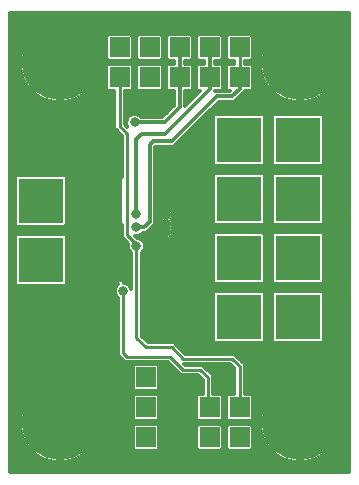
<source format=gbr>
G75*
G70*
%OFA0B0*%
%FSLAX24Y24*%
%IPPOS*%
%LPD*%
%AMOC8*
5,1,8,0,0,1.08239X$1,22.5*
%
%ADD10C,0.0357*%
%ADD11R,0.1500X0.1500*%
%ADD12R,0.0650X0.0650*%
%ADD13C,0.2540*%
%ADD14C,0.0120*%
%ADD15C,0.0317*%
%ADD16C,0.0100*%
D10*
X005973Y008509D03*
X005973Y008785D03*
X005973Y009061D03*
D11*
X003754Y009546D03*
X003754Y007577D03*
X001785Y007577D03*
X001785Y009546D03*
X008386Y009609D03*
X008386Y011577D03*
X010355Y011577D03*
X010355Y009609D03*
X010355Y007640D03*
X010355Y005672D03*
X008386Y005672D03*
X008386Y007640D03*
D12*
X005292Y003660D03*
X005292Y002660D03*
X005292Y001660D03*
X006292Y001660D03*
X006292Y002660D03*
X007410Y002660D03*
X007410Y001660D03*
X008410Y001660D03*
X008410Y002660D03*
X004292Y002660D03*
X004292Y001660D03*
X004410Y013660D03*
X004410Y014660D03*
X005410Y014660D03*
X005410Y013660D03*
X006410Y013660D03*
X006410Y014660D03*
X007410Y014660D03*
X007410Y013660D03*
X008410Y013660D03*
X008410Y014660D03*
D13*
X010410Y014160D03*
X002410Y014160D03*
X002410Y002160D03*
X010410Y002160D03*
D14*
X000770Y000520D02*
X000770Y015800D01*
X012050Y015800D01*
X012050Y000520D01*
X000770Y000520D01*
X000770Y000634D02*
X012050Y000634D01*
X012050Y000753D02*
X000770Y000753D01*
X000770Y000871D02*
X002078Y000871D01*
X002086Y000868D02*
X002215Y000843D01*
X002345Y000830D01*
X002350Y000830D01*
X002350Y002100D01*
X002470Y002100D01*
X002470Y002220D01*
X003740Y002220D01*
X003740Y002225D01*
X003727Y002355D01*
X003702Y002484D01*
X003664Y002609D01*
X003614Y002729D01*
X003552Y002845D01*
X003480Y002953D01*
X003397Y003054D01*
X003304Y003147D01*
X003203Y003230D01*
X003095Y003302D01*
X002979Y003364D01*
X002859Y003414D01*
X002734Y003452D01*
X002605Y003477D01*
X002475Y003490D01*
X002470Y003490D01*
X002470Y002220D01*
X002350Y002220D01*
X002350Y003490D01*
X002345Y003490D01*
X002215Y003477D01*
X002086Y003452D01*
X001961Y003414D01*
X001841Y003364D01*
X001725Y003302D01*
X001617Y003230D01*
X001516Y003147D01*
X001423Y003054D01*
X001340Y002953D01*
X001268Y002845D01*
X001206Y002729D01*
X001156Y002609D01*
X001118Y002484D01*
X001093Y002355D01*
X001080Y002225D01*
X001080Y002220D01*
X002350Y002220D01*
X002350Y002100D01*
X001080Y002100D01*
X001080Y002095D01*
X001093Y001965D01*
X001118Y001836D01*
X001156Y001711D01*
X001206Y001591D01*
X001268Y001475D01*
X001340Y001367D01*
X001423Y001266D01*
X001516Y001173D01*
X001617Y001090D01*
X001725Y001018D01*
X001841Y000956D01*
X001961Y000906D01*
X002086Y000868D01*
X002350Y000871D02*
X002470Y000871D01*
X002470Y000830D02*
X002475Y000830D01*
X002605Y000843D01*
X002734Y000868D01*
X002859Y000906D01*
X002979Y000956D01*
X003095Y001018D01*
X003203Y001090D01*
X003304Y001173D01*
X003397Y001266D01*
X003480Y001367D01*
X003552Y001475D01*
X003614Y001591D01*
X003664Y001711D01*
X003702Y001836D01*
X003727Y001965D01*
X003740Y002095D01*
X003740Y002100D01*
X002470Y002100D01*
X002470Y000830D01*
X002470Y000990D02*
X002350Y000990D01*
X002350Y001108D02*
X002470Y001108D01*
X002470Y001227D02*
X002350Y001227D01*
X002350Y001345D02*
X002470Y001345D01*
X002470Y001464D02*
X002350Y001464D01*
X002350Y001582D02*
X002470Y001582D01*
X002470Y001701D02*
X002350Y001701D01*
X002350Y001819D02*
X002470Y001819D01*
X002470Y001938D02*
X002350Y001938D01*
X002350Y002056D02*
X002470Y002056D01*
X002470Y002175D02*
X010350Y002175D01*
X010350Y002220D02*
X010350Y002100D01*
X010470Y002100D01*
X010470Y002220D01*
X011740Y002220D01*
X011740Y002225D01*
X011727Y002355D01*
X011702Y002484D01*
X011664Y002609D01*
X011614Y002729D01*
X011552Y002845D01*
X011480Y002953D01*
X011397Y003054D01*
X011304Y003147D01*
X011203Y003230D01*
X011095Y003302D01*
X010979Y003364D01*
X010859Y003414D01*
X010734Y003452D01*
X010605Y003477D01*
X010475Y003490D01*
X010470Y003490D01*
X010470Y002220D01*
X010350Y002220D01*
X010350Y003490D01*
X010345Y003490D01*
X010215Y003477D01*
X010086Y003452D01*
X009961Y003414D01*
X009841Y003364D01*
X009725Y003302D01*
X009617Y003230D01*
X009516Y003147D01*
X009423Y003054D01*
X009340Y002953D01*
X009268Y002845D01*
X009206Y002729D01*
X009156Y002609D01*
X009118Y002484D01*
X009093Y002355D01*
X009080Y002225D01*
X009080Y002220D01*
X010350Y002220D01*
X010350Y002293D02*
X010470Y002293D01*
X010470Y002175D02*
X012050Y002175D01*
X012050Y002293D02*
X011733Y002293D01*
X011716Y002412D02*
X012050Y002412D01*
X012050Y002530D02*
X011688Y002530D01*
X011647Y002649D02*
X012050Y002649D01*
X012050Y002767D02*
X011594Y002767D01*
X011525Y002886D02*
X012050Y002886D01*
X012050Y003004D02*
X011438Y003004D01*
X011328Y003123D02*
X012050Y003123D01*
X012050Y003241D02*
X011186Y003241D01*
X010987Y003360D02*
X012050Y003360D01*
X012050Y003478D02*
X010597Y003478D01*
X010470Y003478D02*
X010350Y003478D01*
X010350Y003360D02*
X010470Y003360D01*
X010470Y003241D02*
X010350Y003241D01*
X010350Y003123D02*
X010470Y003123D01*
X010470Y003004D02*
X010350Y003004D01*
X010350Y002886D02*
X010470Y002886D01*
X010470Y002767D02*
X010350Y002767D01*
X010350Y002649D02*
X010470Y002649D01*
X010470Y002530D02*
X010350Y002530D01*
X010350Y002412D02*
X010470Y002412D01*
X010470Y002100D02*
X011740Y002100D01*
X011740Y002095D01*
X011727Y001965D01*
X011702Y001836D01*
X011664Y001711D01*
X011614Y001591D01*
X011552Y001475D01*
X011480Y001367D01*
X011397Y001266D01*
X011304Y001173D01*
X011203Y001090D01*
X011095Y001018D01*
X010979Y000956D01*
X010859Y000906D01*
X010734Y000868D01*
X010605Y000843D01*
X010475Y000830D01*
X010470Y000830D01*
X010470Y002100D01*
X010470Y002056D02*
X010350Y002056D01*
X010350Y002100D02*
X010350Y000830D01*
X010345Y000830D01*
X010215Y000843D01*
X010086Y000868D01*
X009961Y000906D01*
X009841Y000956D01*
X009725Y001018D01*
X009617Y001090D01*
X009516Y001173D01*
X009423Y001266D01*
X009340Y001367D01*
X009268Y001475D01*
X009206Y001591D01*
X009156Y001711D01*
X009118Y001836D01*
X009093Y001965D01*
X009080Y002095D01*
X009080Y002100D01*
X010350Y002100D01*
X010350Y001938D02*
X010470Y001938D01*
X010470Y001819D02*
X010350Y001819D01*
X010350Y001701D02*
X010470Y001701D01*
X010470Y001582D02*
X010350Y001582D01*
X010350Y001464D02*
X010470Y001464D01*
X010470Y001345D02*
X010350Y001345D01*
X010350Y001227D02*
X010470Y001227D01*
X010470Y001108D02*
X010350Y001108D01*
X010350Y000990D02*
X010470Y000990D01*
X010470Y000871D02*
X010350Y000871D01*
X010078Y000871D02*
X002742Y000871D01*
X003042Y000990D02*
X009778Y000990D01*
X009595Y001108D02*
X003225Y001108D01*
X003357Y001227D02*
X004906Y001227D01*
X004917Y001215D02*
X005667Y001215D01*
X005737Y001285D01*
X005737Y002035D01*
X005667Y002105D01*
X004917Y002105D01*
X004847Y002035D01*
X004847Y001285D01*
X004917Y001215D01*
X004847Y001345D02*
X004677Y001345D01*
X004677Y001323D02*
X004677Y001632D01*
X004319Y001632D01*
X004319Y001275D01*
X004629Y001275D01*
X004651Y001284D01*
X004668Y001301D01*
X004677Y001323D01*
X004677Y001464D02*
X004847Y001464D01*
X004847Y001582D02*
X004677Y001582D01*
X004677Y001688D02*
X004677Y001997D01*
X004668Y002019D01*
X004651Y002036D01*
X004629Y002045D01*
X004319Y002045D01*
X004319Y001688D01*
X004264Y001688D01*
X004264Y002045D01*
X003955Y002045D01*
X003933Y002036D01*
X003916Y002019D01*
X003907Y001997D01*
X003907Y001688D01*
X004264Y001688D01*
X004264Y001632D01*
X004319Y001632D01*
X004319Y001688D01*
X004677Y001688D01*
X004677Y001701D02*
X004847Y001701D01*
X004847Y001819D02*
X004677Y001819D01*
X004677Y001938D02*
X004847Y001938D01*
X004868Y002056D02*
X003736Y002056D01*
X003722Y001938D02*
X003907Y001938D01*
X003907Y001819D02*
X003696Y001819D01*
X003659Y001701D02*
X003907Y001701D01*
X003907Y001632D02*
X003907Y001323D01*
X003916Y001301D01*
X003933Y001284D01*
X003955Y001275D01*
X004264Y001275D01*
X004264Y001632D01*
X003907Y001632D01*
X003907Y001582D02*
X003609Y001582D01*
X003544Y001464D02*
X003907Y001464D01*
X003907Y001345D02*
X003462Y001345D01*
X003733Y002293D02*
X003924Y002293D01*
X003916Y002301D02*
X003933Y002284D01*
X003955Y002275D01*
X004264Y002275D01*
X004264Y002632D01*
X004319Y002632D01*
X004319Y002275D01*
X004629Y002275D01*
X004651Y002284D01*
X004668Y002301D01*
X004677Y002323D01*
X004677Y002632D01*
X004319Y002632D01*
X004319Y002688D01*
X004264Y002688D01*
X004264Y003045D01*
X003955Y003045D01*
X003933Y003036D01*
X003916Y003019D01*
X003907Y002997D01*
X003907Y002688D01*
X004264Y002688D01*
X004264Y002632D01*
X003907Y002632D01*
X003907Y002323D01*
X003916Y002301D01*
X003907Y002412D02*
X003716Y002412D01*
X003688Y002530D02*
X003907Y002530D01*
X003907Y002767D02*
X003594Y002767D01*
X003647Y002649D02*
X004264Y002649D01*
X004319Y002649D02*
X004847Y002649D01*
X004847Y002767D02*
X004677Y002767D01*
X004677Y002688D02*
X004677Y002997D01*
X004668Y003019D01*
X004651Y003036D01*
X004629Y003045D01*
X004319Y003045D01*
X004319Y002688D01*
X004677Y002688D01*
X004677Y002530D02*
X004847Y002530D01*
X004847Y002412D02*
X004677Y002412D01*
X004660Y002293D02*
X004847Y002293D01*
X004847Y002285D02*
X004917Y002215D01*
X005667Y002215D01*
X005737Y002285D01*
X005737Y003035D01*
X005667Y003105D01*
X004917Y003105D01*
X004847Y003035D01*
X004847Y002285D01*
X004847Y002886D02*
X004677Y002886D01*
X004674Y003004D02*
X004847Y003004D01*
X004917Y003215D02*
X005667Y003215D01*
X005737Y003285D01*
X005737Y004035D01*
X005667Y004105D01*
X004917Y004105D01*
X004847Y004035D01*
X004847Y003285D01*
X004917Y003215D01*
X004891Y003241D02*
X003186Y003241D01*
X003328Y003123D02*
X007178Y003123D01*
X007178Y003105D02*
X007035Y003105D01*
X006965Y003035D01*
X006965Y002285D01*
X007035Y002215D01*
X007785Y002215D01*
X007855Y002285D01*
X007855Y003035D01*
X007785Y003105D01*
X007517Y003105D01*
X007517Y003730D01*
X007418Y003830D01*
X007168Y004080D01*
X006605Y004080D01*
X006570Y004115D01*
X008090Y004115D01*
X008240Y003965D01*
X008240Y003105D01*
X008035Y003105D01*
X007965Y003035D01*
X007965Y002285D01*
X008035Y002215D01*
X008785Y002215D01*
X008855Y002285D01*
X008855Y003035D01*
X008785Y003105D01*
X008580Y003105D01*
X008580Y004105D01*
X008480Y004205D01*
X008230Y004455D01*
X006605Y004455D01*
X006230Y004830D01*
X005355Y004830D01*
X005142Y005043D01*
X005142Y007811D01*
X005209Y007877D01*
X005251Y007980D01*
X005251Y008090D01*
X005209Y008193D01*
X005130Y008271D01*
X005028Y008314D01*
X004997Y008314D01*
X004929Y008381D01*
X005028Y008381D01*
X005130Y008424D01*
X005187Y008480D01*
X005297Y008480D01*
X005402Y008585D01*
X005485Y008668D01*
X005590Y008773D01*
X005590Y011335D01*
X005610Y011355D01*
X006235Y011355D01*
X006340Y011460D01*
X006340Y011460D01*
X007735Y012855D01*
X008235Y012855D01*
X008485Y013105D01*
X008590Y013210D01*
X008590Y013215D01*
X008785Y013215D01*
X008855Y013285D01*
X008855Y014035D01*
X008785Y014105D01*
X008580Y014105D01*
X008580Y014215D01*
X008785Y014215D01*
X008855Y014285D01*
X008855Y015035D01*
X008785Y015105D01*
X008035Y015105D01*
X007965Y015035D01*
X007965Y014285D01*
X008035Y014215D01*
X008240Y014215D01*
X008240Y014105D01*
X008035Y014105D01*
X007965Y014035D01*
X007965Y013285D01*
X008035Y013215D01*
X008085Y013215D01*
X007590Y013215D01*
X007785Y013215D01*
X007855Y013285D01*
X007855Y014035D01*
X007785Y014105D01*
X007590Y014105D01*
X007590Y014215D01*
X007785Y014215D01*
X007855Y014285D01*
X007855Y015035D01*
X007785Y015105D01*
X007035Y015105D01*
X006965Y015035D01*
X006965Y014285D01*
X007035Y014215D01*
X007230Y014215D01*
X007230Y014105D01*
X007035Y014105D01*
X006965Y014035D01*
X006965Y013285D01*
X007035Y013215D01*
X007085Y013215D01*
X006590Y012720D01*
X006590Y013215D01*
X006785Y013215D01*
X006855Y013285D01*
X006855Y014035D01*
X006785Y014105D01*
X006590Y014105D01*
X006590Y014215D01*
X006785Y014215D01*
X006855Y014285D01*
X006855Y015035D01*
X006785Y015105D01*
X006035Y015105D01*
X005965Y015035D01*
X005965Y014285D01*
X006035Y014215D01*
X006230Y014215D01*
X006230Y014105D01*
X006035Y014105D01*
X005965Y014035D01*
X005965Y013285D01*
X006035Y013215D01*
X006230Y013215D01*
X006230Y012735D01*
X005835Y012340D01*
X005124Y012340D01*
X005068Y012396D01*
X004965Y012439D01*
X004855Y012439D01*
X004752Y012396D01*
X004674Y012318D01*
X004631Y012215D01*
X004631Y012105D01*
X004667Y012019D01*
X004580Y012105D01*
X004580Y013215D01*
X004785Y013215D01*
X004855Y013285D01*
X004855Y014035D01*
X004785Y014105D01*
X004035Y014105D01*
X003965Y014035D01*
X003965Y013285D01*
X004035Y013215D01*
X004240Y013215D01*
X004240Y011965D01*
X004490Y011715D01*
X004490Y010356D01*
X003814Y010356D01*
X003814Y009606D01*
X003694Y009606D01*
X003694Y010356D01*
X002992Y010356D01*
X002970Y010347D01*
X002953Y010330D01*
X002944Y010308D01*
X002944Y009606D01*
X003693Y009606D01*
X003693Y009486D01*
X002944Y009486D01*
X002944Y008784D01*
X002953Y008762D01*
X002970Y008745D01*
X002992Y008736D01*
X003694Y008736D01*
X003694Y009486D01*
X003814Y009486D01*
X003814Y008736D01*
X004490Y008736D01*
X004490Y008387D01*
X003814Y008387D01*
X003814Y007637D01*
X004564Y007637D01*
X004564Y008266D01*
X004707Y008123D01*
X004694Y008090D01*
X004694Y007980D01*
X004736Y007877D01*
X004803Y007811D01*
X004803Y006618D01*
X004771Y006693D01*
X004693Y006771D01*
X004590Y006814D01*
X004563Y006814D01*
X004564Y006815D01*
X004564Y007517D01*
X003814Y007517D01*
X003814Y007637D01*
X003694Y007637D01*
X003694Y008387D01*
X002992Y008387D01*
X002970Y008378D01*
X002953Y008361D01*
X002944Y008339D01*
X002944Y007637D01*
X003693Y007637D01*
X003693Y007517D01*
X002944Y007517D01*
X002944Y006815D01*
X002953Y006793D01*
X002970Y006776D01*
X002992Y006767D01*
X003694Y006767D01*
X003694Y007517D01*
X003814Y007517D01*
X003814Y006767D01*
X004373Y006767D01*
X004299Y006693D01*
X004256Y006590D01*
X004256Y006480D01*
X004299Y006377D01*
X004365Y006311D01*
X004365Y004402D01*
X004490Y004277D01*
X004590Y004178D01*
X006027Y004178D01*
X006365Y003840D01*
X006465Y003740D01*
X007027Y003740D01*
X007178Y003590D01*
X007178Y003105D01*
X007178Y003241D02*
X005693Y003241D01*
X005737Y003360D02*
X007178Y003360D01*
X007178Y003478D02*
X005737Y003478D01*
X005737Y003597D02*
X007171Y003597D01*
X007052Y003715D02*
X005737Y003715D01*
X005737Y003834D02*
X006371Y003834D01*
X006253Y003952D02*
X005737Y003952D01*
X005701Y004071D02*
X006134Y004071D01*
X006516Y004545D02*
X012050Y004545D01*
X012050Y004663D02*
X006397Y004663D01*
X006279Y004782D02*
X012050Y004782D01*
X012050Y004900D02*
X011225Y004900D01*
X011225Y004872D02*
X011225Y006472D01*
X011155Y006542D01*
X009555Y006542D01*
X009485Y006472D01*
X009485Y004872D01*
X009555Y004802D01*
X011155Y004802D01*
X011225Y004872D01*
X011225Y005019D02*
X012050Y005019D01*
X012050Y005137D02*
X011225Y005137D01*
X011225Y005256D02*
X012050Y005256D01*
X012050Y005374D02*
X011225Y005374D01*
X011225Y005493D02*
X012050Y005493D01*
X012050Y005611D02*
X011225Y005611D01*
X011225Y005730D02*
X012050Y005730D01*
X012050Y005848D02*
X011225Y005848D01*
X011225Y005967D02*
X012050Y005967D01*
X012050Y006085D02*
X011225Y006085D01*
X011225Y006204D02*
X012050Y006204D01*
X012050Y006322D02*
X011225Y006322D01*
X011225Y006441D02*
X012050Y006441D01*
X012050Y006559D02*
X005142Y006559D01*
X005142Y006441D02*
X007516Y006441D01*
X007516Y006472D02*
X007587Y006542D01*
X009186Y006542D01*
X009256Y006472D01*
X009256Y004872D01*
X009186Y004802D01*
X007587Y004802D01*
X007516Y004872D01*
X007516Y006472D01*
X007516Y006322D02*
X005142Y006322D01*
X005142Y006204D02*
X007516Y006204D01*
X007516Y006085D02*
X005142Y006085D01*
X005142Y005967D02*
X007516Y005967D01*
X007516Y005848D02*
X005142Y005848D01*
X005142Y005730D02*
X007516Y005730D01*
X007516Y005611D02*
X005142Y005611D01*
X005142Y005493D02*
X007516Y005493D01*
X007516Y005374D02*
X005142Y005374D01*
X005142Y005256D02*
X007516Y005256D01*
X007516Y005137D02*
X005142Y005137D01*
X005167Y005019D02*
X007516Y005019D01*
X007516Y004900D02*
X005285Y004900D01*
X004883Y004071D02*
X000770Y004071D01*
X000770Y004189D02*
X004578Y004189D01*
X004460Y004308D02*
X000770Y004308D01*
X000770Y004426D02*
X004365Y004426D01*
X004365Y004545D02*
X000770Y004545D01*
X000770Y004663D02*
X004365Y004663D01*
X004365Y004782D02*
X000770Y004782D01*
X000770Y004900D02*
X004365Y004900D01*
X004365Y005019D02*
X000770Y005019D01*
X000770Y005137D02*
X004365Y005137D01*
X004365Y005256D02*
X000770Y005256D01*
X000770Y005374D02*
X004365Y005374D01*
X004365Y005493D02*
X000770Y005493D01*
X000770Y005611D02*
X004365Y005611D01*
X004365Y005730D02*
X000770Y005730D01*
X000770Y005848D02*
X004365Y005848D01*
X004365Y005967D02*
X000770Y005967D01*
X000770Y006085D02*
X004365Y006085D01*
X004365Y006204D02*
X000770Y006204D01*
X000770Y006322D02*
X004354Y006322D01*
X004272Y006441D02*
X000770Y006441D01*
X000770Y006559D02*
X004256Y006559D01*
X004292Y006678D02*
X000770Y006678D01*
X000770Y006796D02*
X000915Y006796D01*
X000915Y006778D02*
X000985Y006707D01*
X002585Y006707D01*
X002655Y006778D01*
X002655Y008377D01*
X002585Y008447D01*
X000985Y008447D01*
X000915Y008377D01*
X000915Y006778D01*
X000915Y006915D02*
X000770Y006915D01*
X000770Y007033D02*
X000915Y007033D01*
X000915Y007152D02*
X000770Y007152D01*
X000770Y007270D02*
X000915Y007270D01*
X000915Y007389D02*
X000770Y007389D01*
X000770Y007507D02*
X000915Y007507D01*
X000915Y007626D02*
X000770Y007626D01*
X000770Y007744D02*
X000915Y007744D01*
X000915Y007863D02*
X000770Y007863D01*
X000770Y007981D02*
X000915Y007981D01*
X000915Y008100D02*
X000770Y008100D01*
X000770Y008218D02*
X000915Y008218D01*
X000915Y008337D02*
X000770Y008337D01*
X000770Y008455D02*
X004490Y008455D01*
X004490Y008574D02*
X000770Y008574D01*
X000770Y008692D02*
X000969Y008692D01*
X000985Y008676D02*
X000915Y008746D01*
X000915Y010346D01*
X000985Y010416D01*
X002585Y010416D01*
X002655Y010346D01*
X002655Y008746D01*
X002585Y008676D01*
X000985Y008676D01*
X000915Y008811D02*
X000770Y008811D01*
X000770Y008929D02*
X000915Y008929D01*
X000915Y009048D02*
X000770Y009048D01*
X000770Y009166D02*
X000915Y009166D01*
X000915Y009285D02*
X000770Y009285D01*
X000770Y009403D02*
X000915Y009403D01*
X000915Y009522D02*
X000770Y009522D01*
X000770Y009640D02*
X000915Y009640D01*
X000915Y009759D02*
X000770Y009759D01*
X000770Y009877D02*
X000915Y009877D01*
X000915Y009996D02*
X000770Y009996D01*
X000770Y010114D02*
X000915Y010114D01*
X000915Y010233D02*
X000770Y010233D01*
X000770Y010351D02*
X000920Y010351D01*
X000770Y010470D02*
X004490Y010470D01*
X004490Y010588D02*
X000770Y010588D01*
X000770Y010707D02*
X004490Y010707D01*
X004490Y010825D02*
X000770Y010825D01*
X000770Y010944D02*
X004490Y010944D01*
X004490Y011062D02*
X000770Y011062D01*
X000770Y011181D02*
X004490Y011181D01*
X004490Y011299D02*
X000770Y011299D01*
X000770Y011418D02*
X004490Y011418D01*
X004490Y011536D02*
X000770Y011536D01*
X000770Y011655D02*
X004490Y011655D01*
X004432Y011773D02*
X000770Y011773D01*
X000770Y011892D02*
X004313Y011892D01*
X004240Y012010D02*
X000770Y012010D01*
X000770Y012129D02*
X004240Y012129D01*
X004240Y012247D02*
X000770Y012247D01*
X000770Y012366D02*
X004240Y012366D01*
X004240Y012484D02*
X000770Y012484D01*
X000770Y012603D02*
X004240Y012603D01*
X004240Y012721D02*
X000770Y012721D01*
X000770Y012840D02*
X002248Y012840D01*
X002215Y012843D02*
X002345Y012830D01*
X002350Y012830D01*
X002350Y014100D01*
X002470Y014100D01*
X002470Y014220D01*
X003740Y014220D01*
X003740Y014225D01*
X003727Y014355D01*
X003702Y014484D01*
X003664Y014609D01*
X003614Y014729D01*
X003552Y014845D01*
X003480Y014953D01*
X003397Y015054D01*
X003304Y015147D01*
X003203Y015230D01*
X003095Y015302D01*
X002979Y015364D01*
X002859Y015414D01*
X002734Y015452D01*
X002605Y015477D01*
X002475Y015490D01*
X002470Y015490D01*
X002470Y014220D01*
X002350Y014220D01*
X002350Y015490D01*
X002345Y015490D01*
X002215Y015477D01*
X002086Y015452D01*
X001961Y015414D01*
X001841Y015364D01*
X001725Y015302D01*
X001617Y015230D01*
X001516Y015147D01*
X001423Y015054D01*
X001340Y014953D01*
X001268Y014845D01*
X001206Y014729D01*
X001156Y014609D01*
X001118Y014484D01*
X001093Y014355D01*
X001080Y014225D01*
X001080Y014220D01*
X002350Y014220D01*
X002350Y014100D01*
X001080Y014100D01*
X001080Y014095D01*
X001093Y013965D01*
X001118Y013836D01*
X001156Y013711D01*
X001206Y013591D01*
X001268Y013475D01*
X001340Y013367D01*
X001423Y013266D01*
X001516Y013173D01*
X001617Y013090D01*
X001725Y013018D01*
X001841Y012956D01*
X001961Y012906D01*
X002086Y012868D01*
X002215Y012843D01*
X002350Y012840D02*
X002470Y012840D01*
X002470Y012830D02*
X002475Y012830D01*
X002605Y012843D01*
X002734Y012868D01*
X002859Y012906D01*
X002979Y012956D01*
X003095Y013018D01*
X003203Y013090D01*
X003304Y013173D01*
X003397Y013266D01*
X003480Y013367D01*
X003552Y013475D01*
X003614Y013591D01*
X003664Y013711D01*
X003702Y013836D01*
X003727Y013965D01*
X003740Y014095D01*
X003740Y014100D01*
X002470Y014100D01*
X002470Y012830D01*
X002572Y012840D02*
X004240Y012840D01*
X004240Y012958D02*
X002983Y012958D01*
X003182Y013077D02*
X004240Y013077D01*
X004240Y013195D02*
X003326Y013195D01*
X003436Y013314D02*
X003965Y013314D01*
X003965Y013432D02*
X003523Y013432D01*
X003592Y013551D02*
X003965Y013551D01*
X003965Y013669D02*
X003646Y013669D01*
X003687Y013788D02*
X003965Y013788D01*
X003965Y013906D02*
X003716Y013906D01*
X003733Y014025D02*
X003965Y014025D01*
X004035Y014215D02*
X003965Y014285D01*
X003965Y015035D01*
X004035Y015105D01*
X004785Y015105D01*
X004855Y015035D01*
X004855Y014285D01*
X004785Y014215D01*
X004035Y014215D01*
X003989Y014262D02*
X003736Y014262D01*
X003722Y014380D02*
X003965Y014380D01*
X003965Y014499D02*
X003697Y014499D01*
X003660Y014617D02*
X003965Y014617D01*
X003965Y014736D02*
X003610Y014736D01*
X003546Y014854D02*
X003965Y014854D01*
X003965Y014973D02*
X003464Y014973D01*
X003360Y015091D02*
X004021Y015091D01*
X004799Y015091D02*
X005021Y015091D01*
X005035Y015105D02*
X004965Y015035D01*
X004965Y014285D01*
X005035Y014215D01*
X005785Y014215D01*
X005855Y014285D01*
X005855Y015035D01*
X005785Y015105D01*
X005035Y015105D01*
X004965Y014973D02*
X004855Y014973D01*
X004855Y014854D02*
X004965Y014854D01*
X004965Y014736D02*
X004855Y014736D01*
X004855Y014617D02*
X004965Y014617D01*
X004965Y014499D02*
X004855Y014499D01*
X004855Y014380D02*
X004965Y014380D01*
X004989Y014262D02*
X004831Y014262D01*
X004855Y014025D02*
X004965Y014025D01*
X004965Y014035D02*
X004965Y013285D01*
X005035Y013215D01*
X005785Y013215D01*
X005855Y013285D01*
X005855Y014035D01*
X005785Y014105D01*
X005035Y014105D01*
X004965Y014035D01*
X004965Y013906D02*
X004855Y013906D01*
X004855Y013788D02*
X004965Y013788D01*
X004965Y013669D02*
X004855Y013669D01*
X004855Y013551D02*
X004965Y013551D01*
X004965Y013432D02*
X004855Y013432D01*
X004855Y013314D02*
X004965Y013314D01*
X004580Y013195D02*
X006230Y013195D01*
X006230Y013077D02*
X004580Y013077D01*
X004580Y012958D02*
X006230Y012958D01*
X006230Y012840D02*
X004580Y012840D01*
X004580Y012721D02*
X006216Y012721D01*
X006098Y012603D02*
X004580Y012603D01*
X004580Y012484D02*
X005979Y012484D01*
X005861Y012366D02*
X005099Y012366D01*
X004910Y012160D02*
X005910Y012160D01*
X006410Y012660D01*
X006410Y013660D01*
X006410Y014660D01*
X006831Y014262D02*
X006989Y014262D01*
X006965Y014380D02*
X006855Y014380D01*
X006855Y014499D02*
X006965Y014499D01*
X006965Y014617D02*
X006855Y014617D01*
X006855Y014736D02*
X006965Y014736D01*
X006965Y014854D02*
X006855Y014854D01*
X006855Y014973D02*
X006965Y014973D01*
X007021Y015091D02*
X006799Y015091D01*
X007410Y014660D02*
X007410Y013660D01*
X007410Y013285D01*
X005910Y011785D01*
X005160Y011785D01*
X004973Y011598D01*
X004973Y009098D01*
X004973Y008660D02*
X005035Y008660D01*
X005098Y008660D01*
X005223Y008660D01*
X005410Y008848D01*
X005410Y011410D01*
X005535Y011535D01*
X006160Y011535D01*
X007660Y013035D01*
X008160Y013035D01*
X008410Y013285D01*
X008410Y013660D01*
X008575Y013195D02*
X009494Y013195D01*
X009516Y013173D02*
X009617Y013090D01*
X009725Y013018D01*
X009841Y012956D01*
X009961Y012906D01*
X010086Y012868D01*
X010215Y012843D01*
X010345Y012830D01*
X010350Y012830D01*
X010350Y014100D01*
X010470Y014100D01*
X010470Y014220D01*
X011740Y014220D01*
X011740Y014225D01*
X011727Y014355D01*
X011702Y014484D01*
X011664Y014609D01*
X011614Y014729D01*
X011552Y014845D01*
X011480Y014953D01*
X011397Y015054D01*
X011304Y015147D01*
X011203Y015230D01*
X011095Y015302D01*
X010979Y015364D01*
X010859Y015414D01*
X010734Y015452D01*
X010605Y015477D01*
X010475Y015490D01*
X010470Y015490D01*
X010470Y014220D01*
X010350Y014220D01*
X010350Y015490D01*
X010345Y015490D01*
X010215Y015477D01*
X010086Y015452D01*
X009961Y015414D01*
X009841Y015364D01*
X009725Y015302D01*
X009617Y015230D01*
X009516Y015147D01*
X009423Y015054D01*
X009340Y014953D01*
X009268Y014845D01*
X009206Y014729D01*
X009156Y014609D01*
X009118Y014484D01*
X009093Y014355D01*
X009080Y014225D01*
X009080Y014220D01*
X010350Y014220D01*
X010350Y014100D01*
X009080Y014100D01*
X009080Y014095D01*
X009093Y013965D01*
X009118Y013836D01*
X009156Y013711D01*
X009206Y013591D01*
X009268Y013475D01*
X009340Y013367D01*
X009423Y013266D01*
X009516Y013173D01*
X009638Y013077D02*
X008456Y013077D01*
X008338Y012958D02*
X009837Y012958D01*
X009384Y013314D02*
X008855Y013314D01*
X008855Y013432D02*
X009297Y013432D01*
X009228Y013551D02*
X008855Y013551D01*
X008855Y013669D02*
X009174Y013669D01*
X009133Y013788D02*
X008855Y013788D01*
X008855Y013906D02*
X009104Y013906D01*
X009087Y014025D02*
X008855Y014025D01*
X008831Y014262D02*
X009084Y014262D01*
X009098Y014380D02*
X008855Y014380D01*
X008855Y014499D02*
X009123Y014499D01*
X009160Y014617D02*
X008855Y014617D01*
X008855Y014736D02*
X009210Y014736D01*
X009274Y014854D02*
X008855Y014854D01*
X008855Y014973D02*
X009356Y014973D01*
X009460Y015091D02*
X008799Y015091D01*
X008021Y015091D02*
X007799Y015091D01*
X007855Y014973D02*
X007965Y014973D01*
X007965Y014854D02*
X007855Y014854D01*
X007855Y014736D02*
X007965Y014736D01*
X007965Y014617D02*
X007855Y014617D01*
X007855Y014499D02*
X007965Y014499D01*
X007965Y014380D02*
X007855Y014380D01*
X007831Y014262D02*
X007989Y014262D01*
X007965Y014025D02*
X007855Y014025D01*
X007855Y013906D02*
X007965Y013906D01*
X007965Y013788D02*
X007855Y013788D01*
X007855Y013669D02*
X007965Y013669D01*
X007965Y013551D02*
X007855Y013551D01*
X007855Y013432D02*
X007965Y013432D01*
X007965Y013314D02*
X007855Y013314D01*
X008085Y013215D02*
X008085Y013215D01*
X007719Y012840D02*
X010248Y012840D01*
X010350Y012840D02*
X010470Y012840D01*
X010470Y012830D02*
X010475Y012830D01*
X010605Y012843D01*
X010734Y012868D01*
X010859Y012906D01*
X010979Y012956D01*
X011095Y013018D01*
X011203Y013090D01*
X011304Y013173D01*
X011397Y013266D01*
X011480Y013367D01*
X011552Y013475D01*
X011614Y013591D01*
X011664Y013711D01*
X011702Y013836D01*
X011727Y013965D01*
X011740Y014095D01*
X011740Y014100D01*
X010470Y014100D01*
X010470Y012830D01*
X010572Y012840D02*
X012050Y012840D01*
X012050Y012958D02*
X010983Y012958D01*
X011182Y013077D02*
X012050Y013077D01*
X012050Y013195D02*
X011326Y013195D01*
X011436Y013314D02*
X012050Y013314D01*
X012050Y013432D02*
X011523Y013432D01*
X011592Y013551D02*
X012050Y013551D01*
X012050Y013669D02*
X011646Y013669D01*
X011687Y013788D02*
X012050Y013788D01*
X012050Y013906D02*
X011716Y013906D01*
X011733Y014025D02*
X012050Y014025D01*
X012050Y014143D02*
X010470Y014143D01*
X010470Y014025D02*
X010350Y014025D01*
X010350Y014143D02*
X008580Y014143D01*
X008240Y014143D02*
X007590Y014143D01*
X007230Y014143D02*
X006590Y014143D01*
X006855Y014025D02*
X006965Y014025D01*
X006965Y013906D02*
X006855Y013906D01*
X006855Y013788D02*
X006965Y013788D01*
X006965Y013669D02*
X006855Y013669D01*
X006855Y013551D02*
X006965Y013551D01*
X006965Y013432D02*
X006855Y013432D01*
X006855Y013314D02*
X006965Y013314D01*
X007065Y013195D02*
X006590Y013195D01*
X006590Y013077D02*
X006947Y013077D01*
X006828Y012958D02*
X006590Y012958D01*
X006590Y012840D02*
X006710Y012840D01*
X006591Y012721D02*
X006590Y012721D01*
X007127Y012247D02*
X007516Y012247D01*
X007516Y012129D02*
X007008Y012129D01*
X006890Y012010D02*
X007516Y012010D01*
X007516Y011892D02*
X006771Y011892D01*
X006653Y011773D02*
X007516Y011773D01*
X007516Y011655D02*
X006534Y011655D01*
X006416Y011536D02*
X007516Y011536D01*
X007516Y011418D02*
X006297Y011418D01*
X005590Y011299D02*
X007516Y011299D01*
X007516Y011181D02*
X005590Y011181D01*
X005590Y011062D02*
X007516Y011062D01*
X007516Y010944D02*
X005590Y010944D01*
X005590Y010825D02*
X007516Y010825D01*
X007516Y010778D02*
X007587Y010707D01*
X009186Y010707D01*
X009256Y010778D01*
X009256Y012377D01*
X009186Y012447D01*
X007587Y012447D01*
X007516Y012377D01*
X007516Y010778D01*
X007587Y010479D02*
X007516Y010409D01*
X007516Y008809D01*
X007587Y008739D01*
X009186Y008739D01*
X009256Y008809D01*
X009256Y010409D01*
X009186Y010479D01*
X007587Y010479D01*
X007577Y010470D02*
X005590Y010470D01*
X005590Y010588D02*
X012050Y010588D01*
X012050Y010470D02*
X011164Y010470D01*
X011155Y010479D02*
X009555Y010479D01*
X009485Y010409D01*
X009485Y008809D01*
X009555Y008739D01*
X011155Y008739D01*
X011225Y008809D01*
X011225Y010409D01*
X011155Y010479D01*
X011225Y010351D02*
X012050Y010351D01*
X012050Y010233D02*
X011225Y010233D01*
X011225Y010114D02*
X012050Y010114D01*
X012050Y009996D02*
X011225Y009996D01*
X011225Y009877D02*
X012050Y009877D01*
X012050Y009759D02*
X011225Y009759D01*
X011225Y009640D02*
X012050Y009640D01*
X012050Y009522D02*
X011225Y009522D01*
X011225Y009403D02*
X012050Y009403D01*
X012050Y009285D02*
X011225Y009285D01*
X011225Y009166D02*
X012050Y009166D01*
X012050Y009048D02*
X011225Y009048D01*
X011225Y008929D02*
X012050Y008929D01*
X012050Y008811D02*
X011225Y008811D01*
X011155Y008510D02*
X009555Y008510D01*
X009485Y008440D01*
X009485Y006841D01*
X009555Y006770D01*
X011155Y006770D01*
X011225Y006841D01*
X011225Y008440D01*
X011155Y008510D01*
X011210Y008455D02*
X012050Y008455D01*
X012050Y008337D02*
X011225Y008337D01*
X011225Y008218D02*
X012050Y008218D01*
X012050Y008100D02*
X011225Y008100D01*
X011225Y007981D02*
X012050Y007981D01*
X012050Y007863D02*
X011225Y007863D01*
X011225Y007744D02*
X012050Y007744D01*
X012050Y007626D02*
X011225Y007626D01*
X011225Y007507D02*
X012050Y007507D01*
X012050Y007389D02*
X011225Y007389D01*
X011225Y007270D02*
X012050Y007270D01*
X012050Y007152D02*
X011225Y007152D01*
X011225Y007033D02*
X012050Y007033D01*
X012050Y006915D02*
X011225Y006915D01*
X011180Y006796D02*
X012050Y006796D01*
X012050Y006678D02*
X005142Y006678D01*
X005142Y006796D02*
X007561Y006796D01*
X007587Y006770D02*
X007516Y006841D01*
X007516Y008440D01*
X007587Y008510D01*
X009186Y008510D01*
X009256Y008440D01*
X009256Y006841D01*
X009186Y006770D01*
X007587Y006770D01*
X007516Y006915D02*
X005142Y006915D01*
X005142Y007033D02*
X007516Y007033D01*
X007516Y007152D02*
X005142Y007152D01*
X005142Y007270D02*
X007516Y007270D01*
X007516Y007389D02*
X005142Y007389D01*
X005142Y007507D02*
X007516Y007507D01*
X007516Y007626D02*
X005142Y007626D01*
X005142Y007744D02*
X007516Y007744D01*
X007516Y007863D02*
X005194Y007863D01*
X005251Y007981D02*
X007516Y007981D01*
X007516Y008100D02*
X005247Y008100D01*
X005184Y008218D02*
X007516Y008218D01*
X007516Y008337D02*
X006137Y008337D01*
X006125Y008324D02*
X006158Y008357D01*
X006184Y008396D01*
X006202Y008440D01*
X006211Y008486D01*
X006211Y008509D01*
X005973Y008509D01*
X005973Y008509D01*
X005973Y008271D01*
X005996Y008271D01*
X006042Y008280D01*
X006086Y008298D01*
X006125Y008324D01*
X005973Y008337D02*
X005972Y008337D01*
X005972Y008271D02*
X005972Y008509D01*
X005734Y008509D01*
X005734Y008486D01*
X005743Y008440D01*
X005761Y008396D01*
X005787Y008357D01*
X005820Y008324D01*
X005859Y008298D01*
X005903Y008280D01*
X005949Y008271D01*
X005972Y008271D01*
X005808Y008337D02*
X004974Y008337D01*
X005162Y008455D02*
X005740Y008455D01*
X005734Y008509D02*
X005972Y008509D01*
X005972Y008509D01*
X005973Y008509D01*
X006211Y008509D01*
X006211Y008533D01*
X006202Y008579D01*
X006184Y008622D01*
X006168Y008647D01*
X006184Y008672D01*
X006202Y008715D01*
X006211Y008761D01*
X006211Y008785D01*
X005973Y008785D01*
X006211Y008785D01*
X006211Y008809D01*
X006202Y008855D01*
X006184Y008898D01*
X006168Y008923D01*
X006184Y008948D01*
X006202Y008991D01*
X006211Y009037D01*
X006211Y009061D01*
X006211Y009084D01*
X006202Y009130D01*
X006184Y009174D01*
X006158Y009213D01*
X006125Y009246D01*
X006086Y009272D01*
X006042Y009290D01*
X005996Y009299D01*
X005973Y009299D01*
X005973Y009061D01*
X006211Y009061D01*
X005973Y009061D01*
X005973Y009061D01*
X005972Y009061D01*
X005972Y009061D01*
X005734Y009061D01*
X005734Y009084D01*
X005743Y009130D01*
X005761Y009174D01*
X005787Y009213D01*
X005820Y009246D01*
X005859Y009272D01*
X005903Y009290D01*
X005949Y009299D01*
X005972Y009299D01*
X005972Y009061D01*
X005734Y009061D01*
X005734Y009037D01*
X005743Y008991D01*
X005761Y008948D01*
X005777Y008923D01*
X005761Y008898D01*
X005743Y008855D01*
X005734Y008809D01*
X005734Y008785D01*
X005734Y008761D01*
X005743Y008715D01*
X005761Y008672D01*
X005777Y008647D01*
X005761Y008622D01*
X005743Y008579D01*
X005734Y008533D01*
X005734Y008509D01*
X005742Y008574D02*
X005391Y008574D01*
X005485Y008668D02*
X005485Y008668D01*
X005509Y008692D02*
X005753Y008692D01*
X005734Y008785D02*
X005972Y008785D01*
X005972Y008785D01*
X005734Y008785D01*
X005734Y008811D02*
X005590Y008811D01*
X005590Y008929D02*
X005773Y008929D01*
X005734Y009048D02*
X005590Y009048D01*
X005590Y009166D02*
X005758Y009166D01*
X005889Y009285D02*
X005590Y009285D01*
X005590Y009403D02*
X007516Y009403D01*
X007516Y009285D02*
X006056Y009285D01*
X005973Y009285D02*
X005972Y009285D01*
X005972Y009166D02*
X005973Y009166D01*
X005973Y009061D02*
X005973Y008822D01*
X005973Y008785D01*
X005973Y008785D01*
X005972Y008785D01*
X005972Y009061D01*
X005973Y009061D01*
X005972Y009048D02*
X005973Y009048D01*
X005972Y008929D02*
X005973Y008929D01*
X005972Y008811D02*
X005973Y008811D01*
X005973Y008785D02*
X005973Y008509D01*
X005972Y008509D01*
X005972Y008748D01*
X005972Y008785D01*
X005973Y008785D01*
X005972Y008692D02*
X005973Y008692D01*
X005972Y008574D02*
X005973Y008574D01*
X005972Y008455D02*
X005973Y008455D01*
X006205Y008455D02*
X007531Y008455D01*
X007516Y008811D02*
X006211Y008811D01*
X006192Y008692D02*
X012050Y008692D01*
X012050Y008574D02*
X006203Y008574D01*
X006172Y008929D02*
X007516Y008929D01*
X007516Y009048D02*
X006211Y009048D01*
X006187Y009166D02*
X007516Y009166D01*
X007516Y009522D02*
X005590Y009522D01*
X005590Y009640D02*
X007516Y009640D01*
X007516Y009759D02*
X005590Y009759D01*
X005590Y009877D02*
X007516Y009877D01*
X007516Y009996D02*
X005590Y009996D01*
X005590Y010114D02*
X007516Y010114D01*
X007516Y010233D02*
X005590Y010233D01*
X005590Y010351D02*
X007516Y010351D01*
X009195Y010470D02*
X009546Y010470D01*
X009485Y010351D02*
X009256Y010351D01*
X009256Y010233D02*
X009485Y010233D01*
X009485Y010114D02*
X009256Y010114D01*
X009256Y009996D02*
X009485Y009996D01*
X009485Y009877D02*
X009256Y009877D01*
X009256Y009759D02*
X009485Y009759D01*
X009485Y009640D02*
X009256Y009640D01*
X009256Y009522D02*
X009485Y009522D01*
X009485Y009403D02*
X009256Y009403D01*
X009256Y009285D02*
X009485Y009285D01*
X009485Y009166D02*
X009256Y009166D01*
X009256Y009048D02*
X009485Y009048D01*
X009485Y008929D02*
X009256Y008929D01*
X009256Y008811D02*
X009485Y008811D01*
X009500Y008455D02*
X009241Y008455D01*
X009256Y008337D02*
X009485Y008337D01*
X009485Y008218D02*
X009256Y008218D01*
X009256Y008100D02*
X009485Y008100D01*
X009485Y007981D02*
X009256Y007981D01*
X009256Y007863D02*
X009485Y007863D01*
X009485Y007744D02*
X009256Y007744D01*
X009256Y007626D02*
X009485Y007626D01*
X009485Y007507D02*
X009256Y007507D01*
X009256Y007389D02*
X009485Y007389D01*
X009485Y007270D02*
X009256Y007270D01*
X009256Y007152D02*
X009485Y007152D01*
X009485Y007033D02*
X009256Y007033D01*
X009256Y006915D02*
X009485Y006915D01*
X009529Y006796D02*
X009212Y006796D01*
X009256Y006441D02*
X009485Y006441D01*
X009485Y006322D02*
X009256Y006322D01*
X009256Y006204D02*
X009485Y006204D01*
X009485Y006085D02*
X009256Y006085D01*
X009256Y005967D02*
X009485Y005967D01*
X009485Y005848D02*
X009256Y005848D01*
X009256Y005730D02*
X009485Y005730D01*
X009485Y005611D02*
X009256Y005611D01*
X009256Y005493D02*
X009485Y005493D01*
X009485Y005374D02*
X009256Y005374D01*
X009256Y005256D02*
X009485Y005256D01*
X009485Y005137D02*
X009256Y005137D01*
X009256Y005019D02*
X009485Y005019D01*
X009485Y004900D02*
X009256Y004900D01*
X008580Y004071D02*
X012050Y004071D01*
X012050Y004189D02*
X008496Y004189D01*
X008378Y004308D02*
X012050Y004308D01*
X012050Y004426D02*
X008259Y004426D01*
X008134Y004071D02*
X007177Y004071D01*
X007296Y003952D02*
X008240Y003952D01*
X008240Y003834D02*
X007414Y003834D01*
X007517Y003715D02*
X008240Y003715D01*
X008240Y003597D02*
X007517Y003597D01*
X007517Y003478D02*
X008240Y003478D01*
X008240Y003360D02*
X007517Y003360D01*
X007517Y003241D02*
X008240Y003241D01*
X008240Y003123D02*
X007517Y003123D01*
X007855Y003004D02*
X007965Y003004D01*
X007965Y002886D02*
X007855Y002886D01*
X007855Y002767D02*
X007965Y002767D01*
X007965Y002649D02*
X007855Y002649D01*
X007855Y002530D02*
X007965Y002530D01*
X007965Y002412D02*
X007855Y002412D01*
X007855Y002293D02*
X007965Y002293D01*
X008035Y002105D02*
X007965Y002035D01*
X007965Y001285D01*
X008035Y001215D01*
X008785Y001215D01*
X008855Y001285D01*
X008855Y002035D01*
X008785Y002105D01*
X008035Y002105D01*
X007986Y002056D02*
X007834Y002056D01*
X007855Y002035D02*
X007785Y002105D01*
X007035Y002105D01*
X006965Y002035D01*
X006965Y001285D01*
X007035Y001215D01*
X007785Y001215D01*
X007855Y001285D01*
X007855Y002035D01*
X007855Y001938D02*
X007965Y001938D01*
X007965Y001819D02*
X007855Y001819D01*
X007855Y001701D02*
X007965Y001701D01*
X007965Y001582D02*
X007855Y001582D01*
X007855Y001464D02*
X007965Y001464D01*
X007965Y001345D02*
X007855Y001345D01*
X007796Y001227D02*
X008024Y001227D01*
X008796Y001227D02*
X009463Y001227D01*
X009358Y001345D02*
X008855Y001345D01*
X008855Y001464D02*
X009276Y001464D01*
X009211Y001582D02*
X008855Y001582D01*
X008855Y001701D02*
X009161Y001701D01*
X009124Y001819D02*
X008855Y001819D01*
X008855Y001938D02*
X009098Y001938D01*
X009084Y002056D02*
X008834Y002056D01*
X008855Y002293D02*
X009087Y002293D01*
X009104Y002412D02*
X008855Y002412D01*
X008855Y002530D02*
X009132Y002530D01*
X009173Y002649D02*
X008855Y002649D01*
X008855Y002767D02*
X009226Y002767D01*
X009295Y002886D02*
X008855Y002886D01*
X008855Y003004D02*
X009382Y003004D01*
X009492Y003123D02*
X008580Y003123D01*
X008580Y003241D02*
X009634Y003241D01*
X009833Y003360D02*
X008580Y003360D01*
X008580Y003478D02*
X010223Y003478D01*
X011659Y001701D02*
X012050Y001701D01*
X012050Y001819D02*
X011696Y001819D01*
X011722Y001938D02*
X012050Y001938D01*
X012050Y002056D02*
X011736Y002056D01*
X011609Y001582D02*
X012050Y001582D01*
X012050Y001464D02*
X011544Y001464D01*
X011462Y001345D02*
X012050Y001345D01*
X012050Y001227D02*
X011357Y001227D01*
X011225Y001108D02*
X012050Y001108D01*
X012050Y000990D02*
X011042Y000990D01*
X010742Y000871D02*
X012050Y000871D01*
X012050Y003597D02*
X008580Y003597D01*
X008580Y003715D02*
X012050Y003715D01*
X012050Y003834D02*
X008580Y003834D01*
X008580Y003952D02*
X012050Y003952D01*
X007024Y001227D02*
X005678Y001227D01*
X005737Y001345D02*
X005907Y001345D01*
X005907Y001323D02*
X005916Y001301D01*
X005933Y001284D01*
X005955Y001275D01*
X006264Y001275D01*
X006264Y001632D01*
X006319Y001632D01*
X006319Y001275D01*
X006629Y001275D01*
X006651Y001284D01*
X006668Y001301D01*
X006677Y001323D01*
X006677Y001632D01*
X006319Y001632D01*
X006319Y001688D01*
X006264Y001688D01*
X006264Y002045D01*
X005955Y002045D01*
X005933Y002036D01*
X005916Y002019D01*
X005907Y001997D01*
X005907Y001688D01*
X006264Y001688D01*
X006264Y001632D01*
X005907Y001632D01*
X005907Y001323D01*
X005907Y001464D02*
X005737Y001464D01*
X005737Y001582D02*
X005907Y001582D01*
X005907Y001701D02*
X005737Y001701D01*
X005737Y001819D02*
X005907Y001819D01*
X005907Y001938D02*
X005737Y001938D01*
X005716Y002056D02*
X006986Y002056D01*
X006965Y001938D02*
X006677Y001938D01*
X006677Y001997D02*
X006668Y002019D01*
X006651Y002036D01*
X006629Y002045D01*
X006319Y002045D01*
X006319Y001688D01*
X006677Y001688D01*
X006677Y001997D01*
X006677Y001819D02*
X006965Y001819D01*
X006965Y001701D02*
X006677Y001701D01*
X006677Y001582D02*
X006965Y001582D01*
X006965Y001464D02*
X006677Y001464D01*
X006677Y001345D02*
X006965Y001345D01*
X006319Y001345D02*
X006264Y001345D01*
X006264Y001464D02*
X006319Y001464D01*
X006319Y001582D02*
X006264Y001582D01*
X006264Y001701D02*
X006319Y001701D01*
X006319Y001819D02*
X006264Y001819D01*
X006264Y001938D02*
X006319Y001938D01*
X006319Y002275D02*
X006629Y002275D01*
X006651Y002284D01*
X006668Y002301D01*
X006677Y002323D01*
X006677Y002632D01*
X006319Y002632D01*
X006319Y002275D01*
X006319Y002293D02*
X006264Y002293D01*
X006264Y002275D02*
X006264Y002632D01*
X006319Y002632D01*
X006319Y002688D01*
X006264Y002688D01*
X006264Y003045D01*
X005955Y003045D01*
X005933Y003036D01*
X005916Y003019D01*
X005907Y002997D01*
X005907Y002688D01*
X006264Y002688D01*
X006264Y002632D01*
X005907Y002632D01*
X005907Y002323D01*
X005916Y002301D01*
X005933Y002284D01*
X005955Y002275D01*
X006264Y002275D01*
X006264Y002412D02*
X006319Y002412D01*
X006319Y002530D02*
X006264Y002530D01*
X006264Y002649D02*
X005737Y002649D01*
X005737Y002767D02*
X005907Y002767D01*
X005907Y002886D02*
X005737Y002886D01*
X005737Y003004D02*
X005910Y003004D01*
X006264Y003004D02*
X006319Y003004D01*
X006319Y003045D02*
X006629Y003045D01*
X006651Y003036D01*
X006668Y003019D01*
X006677Y002997D01*
X006677Y002688D01*
X006319Y002688D01*
X006319Y003045D01*
X006319Y002886D02*
X006264Y002886D01*
X006264Y002767D02*
X006319Y002767D01*
X006319Y002649D02*
X006965Y002649D01*
X006965Y002767D02*
X006677Y002767D01*
X006677Y002886D02*
X006965Y002886D01*
X006965Y003004D02*
X006674Y003004D01*
X006677Y002530D02*
X006965Y002530D01*
X006965Y002412D02*
X006677Y002412D01*
X006660Y002293D02*
X006965Y002293D01*
X005924Y002293D02*
X005737Y002293D01*
X005737Y002412D02*
X005907Y002412D01*
X005907Y002530D02*
X005737Y002530D01*
X004847Y003360D02*
X002987Y003360D01*
X002597Y003478D02*
X004847Y003478D01*
X004847Y003597D02*
X000770Y003597D01*
X000770Y003715D02*
X004847Y003715D01*
X004847Y003834D02*
X000770Y003834D01*
X000770Y003952D02*
X004847Y003952D01*
X004319Y003004D02*
X004264Y003004D01*
X004264Y002886D02*
X004319Y002886D01*
X004319Y002767D02*
X004264Y002767D01*
X004264Y002530D02*
X004319Y002530D01*
X004319Y002412D02*
X004264Y002412D01*
X004264Y002293D02*
X004319Y002293D01*
X004319Y001938D02*
X004264Y001938D01*
X004264Y001819D02*
X004319Y001819D01*
X004319Y001701D02*
X004264Y001701D01*
X004264Y001582D02*
X004319Y001582D01*
X004319Y001464D02*
X004264Y001464D01*
X004264Y001345D02*
X004319Y001345D01*
X003907Y002886D02*
X003525Y002886D01*
X003438Y003004D02*
X003910Y003004D01*
X002470Y003004D02*
X002350Y003004D01*
X002350Y002886D02*
X002470Y002886D01*
X002470Y002767D02*
X002350Y002767D01*
X002350Y002649D02*
X002470Y002649D01*
X002470Y002530D02*
X002350Y002530D01*
X002350Y002412D02*
X002470Y002412D01*
X002470Y002293D02*
X002350Y002293D01*
X002350Y002175D02*
X000770Y002175D01*
X000770Y002293D02*
X001087Y002293D01*
X001104Y002412D02*
X000770Y002412D01*
X000770Y002530D02*
X001132Y002530D01*
X001173Y002649D02*
X000770Y002649D01*
X000770Y002767D02*
X001226Y002767D01*
X001295Y002886D02*
X000770Y002886D01*
X000770Y003004D02*
X001382Y003004D01*
X001492Y003123D02*
X000770Y003123D01*
X000770Y003241D02*
X001634Y003241D01*
X001833Y003360D02*
X000770Y003360D01*
X000770Y003478D02*
X002223Y003478D01*
X002350Y003478D02*
X002470Y003478D01*
X002470Y003360D02*
X002350Y003360D01*
X002350Y003241D02*
X002470Y003241D01*
X002470Y003123D02*
X002350Y003123D01*
X001211Y001582D02*
X000770Y001582D01*
X000770Y001464D02*
X001276Y001464D01*
X001358Y001345D02*
X000770Y001345D01*
X000770Y001227D02*
X001463Y001227D01*
X001595Y001108D02*
X000770Y001108D01*
X000770Y000990D02*
X001778Y000990D01*
X001161Y001701D02*
X000770Y001701D01*
X000770Y001819D02*
X001124Y001819D01*
X001098Y001938D02*
X000770Y001938D01*
X000770Y002056D02*
X001084Y002056D01*
X004778Y006678D02*
X004803Y006678D01*
X004803Y006796D02*
X004633Y006796D01*
X004564Y006915D02*
X004803Y006915D01*
X004803Y007033D02*
X004564Y007033D01*
X004564Y007152D02*
X004803Y007152D01*
X004803Y007270D02*
X004564Y007270D01*
X004564Y007389D02*
X004803Y007389D01*
X004803Y007507D02*
X004564Y007507D01*
X004564Y007744D02*
X004803Y007744D01*
X004803Y007626D02*
X003814Y007626D01*
X003814Y007744D02*
X003694Y007744D01*
X003693Y007626D02*
X002655Y007626D01*
X002655Y007744D02*
X002944Y007744D01*
X002944Y007863D02*
X002655Y007863D01*
X002655Y007981D02*
X002944Y007981D01*
X002944Y008100D02*
X002655Y008100D01*
X002655Y008218D02*
X002944Y008218D01*
X002944Y008337D02*
X002655Y008337D01*
X002601Y008692D02*
X004490Y008692D01*
X004564Y008218D02*
X004612Y008218D01*
X004564Y008100D02*
X004698Y008100D01*
X004694Y007981D02*
X004564Y007981D01*
X004564Y007863D02*
X004751Y007863D01*
X003814Y007863D02*
X003694Y007863D01*
X003694Y007981D02*
X003814Y007981D01*
X003814Y008100D02*
X003694Y008100D01*
X003694Y008218D02*
X003814Y008218D01*
X003814Y008337D02*
X003694Y008337D01*
X003694Y008811D02*
X003814Y008811D01*
X003814Y008929D02*
X003694Y008929D01*
X003694Y009048D02*
X003814Y009048D01*
X003814Y009166D02*
X003694Y009166D01*
X003694Y009285D02*
X003814Y009285D01*
X003814Y009403D02*
X003694Y009403D01*
X003693Y009522D02*
X002655Y009522D01*
X002655Y009640D02*
X002944Y009640D01*
X002944Y009759D02*
X002655Y009759D01*
X002655Y009877D02*
X002944Y009877D01*
X002944Y009996D02*
X002655Y009996D01*
X002655Y010114D02*
X002944Y010114D01*
X002944Y010233D02*
X002655Y010233D01*
X002650Y010351D02*
X002980Y010351D01*
X002944Y009403D02*
X002655Y009403D01*
X002655Y009285D02*
X002944Y009285D01*
X002944Y009166D02*
X002655Y009166D01*
X002655Y009048D02*
X002944Y009048D01*
X002944Y008929D02*
X002655Y008929D01*
X002655Y008811D02*
X002944Y008811D01*
X003694Y009640D02*
X003814Y009640D01*
X003814Y009759D02*
X003694Y009759D01*
X003694Y009877D02*
X003814Y009877D01*
X003814Y009996D02*
X003694Y009996D01*
X003694Y010114D02*
X003814Y010114D01*
X003814Y010233D02*
X003694Y010233D01*
X003694Y010351D02*
X003814Y010351D01*
X004580Y012129D02*
X004631Y012129D01*
X004644Y012247D02*
X004580Y012247D01*
X004580Y012366D02*
X004721Y012366D01*
X005855Y013314D02*
X005965Y013314D01*
X005965Y013432D02*
X005855Y013432D01*
X005855Y013551D02*
X005965Y013551D01*
X005965Y013669D02*
X005855Y013669D01*
X005855Y013788D02*
X005965Y013788D01*
X005965Y013906D02*
X005855Y013906D01*
X005855Y014025D02*
X005965Y014025D01*
X005989Y014262D02*
X005831Y014262D01*
X005855Y014380D02*
X005965Y014380D01*
X005965Y014499D02*
X005855Y014499D01*
X005855Y014617D02*
X005965Y014617D01*
X005965Y014736D02*
X005855Y014736D01*
X005855Y014854D02*
X005965Y014854D01*
X005965Y014973D02*
X005855Y014973D01*
X005799Y015091D02*
X006021Y015091D01*
X006230Y014143D02*
X002470Y014143D01*
X002470Y014025D02*
X002350Y014025D01*
X002350Y014143D02*
X000770Y014143D01*
X000770Y014025D02*
X001087Y014025D01*
X001104Y013906D02*
X000770Y013906D01*
X000770Y013788D02*
X001133Y013788D01*
X001174Y013669D02*
X000770Y013669D01*
X000770Y013551D02*
X001228Y013551D01*
X001297Y013432D02*
X000770Y013432D01*
X000770Y013314D02*
X001384Y013314D01*
X001494Y013195D02*
X000770Y013195D01*
X000770Y013077D02*
X001638Y013077D01*
X001837Y012958D02*
X000770Y012958D01*
X000770Y014262D02*
X001084Y014262D01*
X001098Y014380D02*
X000770Y014380D01*
X000770Y014499D02*
X001123Y014499D01*
X001160Y014617D02*
X000770Y014617D01*
X000770Y014736D02*
X001210Y014736D01*
X001274Y014854D02*
X000770Y014854D01*
X000770Y014973D02*
X001356Y014973D01*
X001460Y015091D02*
X000770Y015091D01*
X000770Y015210D02*
X001592Y015210D01*
X001774Y015328D02*
X000770Y015328D01*
X000770Y015447D02*
X002069Y015447D01*
X002350Y015447D02*
X002470Y015447D01*
X002470Y015328D02*
X002350Y015328D01*
X002350Y015210D02*
X002470Y015210D01*
X002470Y015091D02*
X002350Y015091D01*
X002350Y014973D02*
X002470Y014973D01*
X002470Y014854D02*
X002350Y014854D01*
X002350Y014736D02*
X002470Y014736D01*
X002470Y014617D02*
X002350Y014617D01*
X002350Y014499D02*
X002470Y014499D01*
X002470Y014380D02*
X002350Y014380D01*
X002350Y014262D02*
X002470Y014262D01*
X002470Y013906D02*
X002350Y013906D01*
X002350Y013788D02*
X002470Y013788D01*
X002470Y013669D02*
X002350Y013669D01*
X002350Y013551D02*
X002470Y013551D01*
X002470Y013432D02*
X002350Y013432D01*
X002350Y013314D02*
X002470Y013314D01*
X002470Y013195D02*
X002350Y013195D01*
X002350Y013077D02*
X002470Y013077D01*
X002470Y012958D02*
X002350Y012958D01*
X003228Y015210D02*
X009592Y015210D01*
X009774Y015328D02*
X003046Y015328D01*
X002751Y015447D02*
X010069Y015447D01*
X010350Y015447D02*
X010470Y015447D01*
X010470Y015328D02*
X010350Y015328D01*
X010350Y015210D02*
X010470Y015210D01*
X010470Y015091D02*
X010350Y015091D01*
X010350Y014973D02*
X010470Y014973D01*
X010470Y014854D02*
X010350Y014854D01*
X010350Y014736D02*
X010470Y014736D01*
X010470Y014617D02*
X010350Y014617D01*
X010350Y014499D02*
X010470Y014499D01*
X010470Y014380D02*
X010350Y014380D01*
X010350Y014262D02*
X010470Y014262D01*
X010470Y013906D02*
X010350Y013906D01*
X010350Y013788D02*
X010470Y013788D01*
X010470Y013669D02*
X010350Y013669D01*
X010350Y013551D02*
X010470Y013551D01*
X010470Y013432D02*
X010350Y013432D01*
X010350Y013314D02*
X010470Y013314D01*
X010470Y013195D02*
X010350Y013195D01*
X010350Y013077D02*
X010470Y013077D01*
X010470Y012958D02*
X010350Y012958D01*
X009555Y012447D02*
X009485Y012377D01*
X009485Y010778D01*
X009555Y010707D01*
X011155Y010707D01*
X011225Y010778D01*
X011225Y012377D01*
X011155Y012447D01*
X009555Y012447D01*
X009485Y012366D02*
X009256Y012366D01*
X009256Y012247D02*
X009485Y012247D01*
X009485Y012129D02*
X009256Y012129D01*
X009256Y012010D02*
X009485Y012010D01*
X009485Y011892D02*
X009256Y011892D01*
X009256Y011773D02*
X009485Y011773D01*
X009485Y011655D02*
X009256Y011655D01*
X009256Y011536D02*
X009485Y011536D01*
X009485Y011418D02*
X009256Y011418D01*
X009256Y011299D02*
X009485Y011299D01*
X009485Y011181D02*
X009256Y011181D01*
X009256Y011062D02*
X009485Y011062D01*
X009485Y010944D02*
X009256Y010944D01*
X009256Y010825D02*
X009485Y010825D01*
X011225Y010825D02*
X012050Y010825D01*
X012050Y010707D02*
X005590Y010707D01*
X007245Y012366D02*
X007516Y012366D01*
X007364Y012484D02*
X012050Y012484D01*
X012050Y012366D02*
X011225Y012366D01*
X011225Y012247D02*
X012050Y012247D01*
X012050Y012129D02*
X011225Y012129D01*
X011225Y012010D02*
X012050Y012010D01*
X012050Y011892D02*
X011225Y011892D01*
X011225Y011773D02*
X012050Y011773D01*
X012050Y011655D02*
X011225Y011655D01*
X011225Y011536D02*
X012050Y011536D01*
X012050Y011418D02*
X011225Y011418D01*
X011225Y011299D02*
X012050Y011299D01*
X012050Y011181D02*
X011225Y011181D01*
X011225Y011062D02*
X012050Y011062D01*
X012050Y010944D02*
X011225Y010944D01*
X012050Y012603D02*
X007482Y012603D01*
X007601Y012721D02*
X012050Y012721D01*
X012050Y014262D02*
X011736Y014262D01*
X011722Y014380D02*
X012050Y014380D01*
X012050Y014499D02*
X011697Y014499D01*
X011660Y014617D02*
X012050Y014617D01*
X012050Y014736D02*
X011610Y014736D01*
X011546Y014854D02*
X012050Y014854D01*
X012050Y014973D02*
X011464Y014973D01*
X011360Y015091D02*
X012050Y015091D01*
X012050Y015210D02*
X011228Y015210D01*
X011046Y015328D02*
X012050Y015328D01*
X012050Y015447D02*
X010751Y015447D01*
X012050Y015565D02*
X000770Y015565D01*
X000770Y015684D02*
X012050Y015684D01*
X007590Y013215D02*
X007590Y013215D01*
X003814Y007507D02*
X003694Y007507D01*
X003694Y007389D02*
X003814Y007389D01*
X003814Y007270D02*
X003694Y007270D01*
X003694Y007152D02*
X003814Y007152D01*
X003814Y007033D02*
X003694Y007033D01*
X003694Y006915D02*
X003814Y006915D01*
X003814Y006796D02*
X003694Y006796D01*
X002952Y006796D02*
X002655Y006796D01*
X002655Y006915D02*
X002944Y006915D01*
X002944Y007033D02*
X002655Y007033D01*
X002655Y007152D02*
X002944Y007152D01*
X002944Y007270D02*
X002655Y007270D01*
X002655Y007389D02*
X002944Y007389D01*
X002944Y007507D02*
X002655Y007507D01*
D15*
X003285Y006535D03*
X003660Y006535D03*
X004035Y006535D03*
X004535Y006535D03*
X004973Y008035D03*
X004973Y008660D03*
X004973Y009098D03*
X005723Y009660D03*
X006098Y009660D03*
X006098Y010035D03*
X006473Y010035D03*
X006473Y010410D03*
X006473Y010785D03*
X006473Y011160D03*
X006098Y011160D03*
X006098Y010785D03*
X006098Y010410D03*
X005723Y010410D03*
X005723Y010785D03*
X005723Y011160D03*
X005723Y010035D03*
X006035Y007910D03*
X005848Y007598D03*
X006973Y005848D03*
X006723Y005598D03*
X006473Y005348D03*
X006223Y005098D03*
X005848Y005098D03*
X007348Y005848D03*
X003598Y010535D03*
X003223Y010535D03*
X002848Y010535D03*
X002848Y012223D03*
X002473Y012223D03*
X002098Y012223D03*
X001723Y012223D03*
X001348Y012223D03*
X000973Y012223D03*
X004535Y015410D03*
X005035Y015410D03*
X005535Y015410D03*
X006035Y015410D03*
X006535Y015410D03*
X007035Y015410D03*
X007535Y015410D03*
X007973Y015410D03*
X008410Y015410D03*
X008848Y015410D03*
X009285Y015410D03*
X011723Y012785D03*
X011723Y012348D03*
X011723Y011973D03*
X011723Y011598D03*
X011723Y011223D03*
X011723Y010848D03*
X011723Y010473D03*
X011723Y010098D03*
X011723Y009723D03*
X011723Y009348D03*
X011723Y008973D03*
X011723Y008598D03*
X011723Y008223D03*
X011723Y007848D03*
X011723Y007473D03*
X011723Y007098D03*
X011723Y006723D03*
X011723Y006348D03*
X011723Y005973D03*
X011723Y005598D03*
X011723Y005223D03*
X004910Y012160D03*
X001160Y006410D03*
X001160Y006035D03*
X001160Y005660D03*
D16*
X004535Y006535D02*
X004535Y004473D01*
X004660Y004348D01*
X006098Y004348D01*
X006535Y003910D01*
X007098Y003910D01*
X007348Y003660D01*
X007348Y002723D01*
X007410Y002660D01*
X008410Y002660D02*
X008410Y004035D01*
X008160Y004285D01*
X006535Y004285D01*
X006160Y004660D01*
X005285Y004660D01*
X004973Y004973D01*
X004973Y008035D01*
X004973Y008098D01*
X004660Y008410D01*
X004660Y011785D01*
X004410Y012035D01*
X004410Y013660D01*
X008410Y013660D02*
X008410Y014660D01*
M02*

</source>
